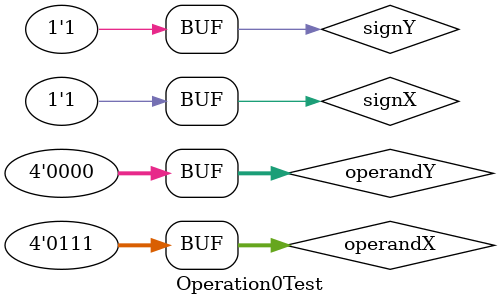
<source format=v>
`timescale 1ns / 1ps


module Operation0Test;

	// Inputs
	reg [3:0] operandX;
	reg signX;
	reg [3:0] operandY;
	reg signY;

	// Outputs
	wire [3:0] d1;
	wire [3:0] d2;
	wire [3:0] d3;
	wire [3:0] d4;
	wire [3:0] d5;
	wire [3:0] d6;

	// Instantiate the Unit Under Test (UUT)
	Operation0 uut (
		.operandX(operandX), 
		.signX(signX), 
		.operandY(operandY), 
		.signY(signY), 
		.d1(d1), 
		.d2(d2), 
		.d3(d3), 
		.d4(d4), 
		.d5(d5), 
		.d6(d6)
	);

	initial begin
		// Initialize Inputs
		operandX = 4'b0111;
		signX = 1;
		operandY = 4'b0000;
		signY = 1;

		// Wait 100 ns for global reset to finish
		#100;
        
		// Add stimulus here

	end
      
endmodule


</source>
